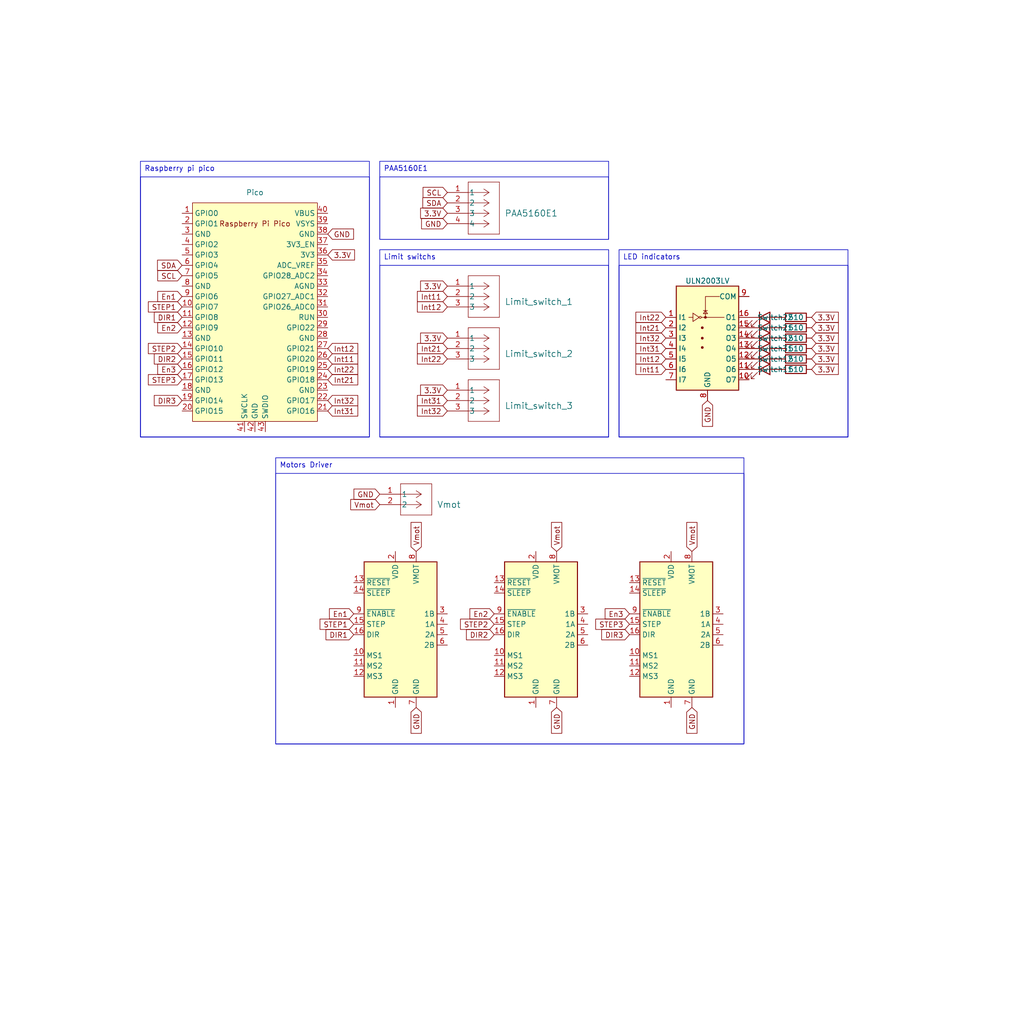
<source format=kicad_sch>
(kicad_sch (version 20230121) (generator eeschema)
  (paper "User" 250.012 250.012)
  (title_block (title " Mobile_base_ElecBoard ") (date "2024-08-15"))
  (lib_symbols
    (symbol "CONN_B2B-XH-ALFSN_JST:B2B-XH-ALFSN" (pin_names (offset 0.254))
      (property "Reference" "J" (at 8.89 6.35 0))
      (property "Value" "B2B-XH-ALFSN" (at 0 0 0))
      (symbol "B2B-XH-ALFSN_1_1"
        (polyline (pts (xy 5.08 -5.08) (xy 12.7 -5.08)) (stroke (width 0.127)))
        (polyline (pts (xy 5.08 2.54) (xy 5.08 -5.08)) (stroke (width 0.127)))
        (polyline (pts (xy 10.16 -2.54) (xy 5.08 -2.54)) (stroke (width 0.127)))
        (polyline (pts (xy 10.16 -2.54) (xy 8.89 -3.3867)) (stroke (width 0.127)))
        (polyline (pts (xy 10.16 -2.54) (xy 8.89 -1.6933)) (stroke (width 0.127)))
        (polyline (pts (xy 10.16 0) (xy 5.08 0)) (stroke (width 0.127)))
        (polyline (pts (xy 10.16 0) (xy 8.89 -0.8467)) (stroke (width 0.127)))
        (polyline (pts (xy 10.16 0) (xy 8.89 0.8467)) (stroke (width 0.127)))
        (polyline (pts (xy 12.7 -5.08) (xy 12.7 2.54)) (stroke (width 0.127)))
        (polyline (pts (xy 12.7 2.54) (xy 5.08 2.54)) (stroke (width 0.127)))
        (pin unspecified line (at 0 0 0) (length 5.08) (name "1") (number "1"))
        (pin unspecified line (at 0 -2.54 0) (length 5.08) (name "2") (number "2"))
      )
      (symbol "B2B-XH-ALFSN_1_2"
        (polyline (pts (xy 5.08 -5.08) (xy 12.7 -5.08)) (stroke (width 0.127)))
        (polyline (pts (xy 5.08 2.54) (xy 5.08 -5.08)) (stroke (width 0.127)))
        (polyline (pts (xy 7.62 -2.54) (xy 5.08 -2.54)) (stroke (width 0.127)))
        (polyline (pts (xy 7.62 -2.54) (xy 8.89 -3.3867)) (stroke (width 0.127)))
        (polyline (pts (xy 7.62 -2.54) (xy 8.89 -1.6933)) (stroke (width 0.127)))
        (polyline (pts (xy 7.62 0) (xy 5.08 0)) (stroke (width 0.127)))
        (polyline (pts (xy 7.62 0) (xy 8.89 -0.8467)) (stroke (width 0.127)))
        (polyline (pts (xy 7.62 0) (xy 8.89 0.8467)) (stroke (width 0.127)))
        (polyline (pts (xy 12.7 -5.08) (xy 12.7 2.54)) (stroke (width 0.127)))
        (polyline (pts (xy 12.7 2.54) (xy 5.08 2.54)) (stroke (width 0.127)))
        (pin unspecified line (at 0 0 0) (length 5.08) (name "1") (number "1"))
        (pin unspecified line (at 0 -2.54 0) (length 5.08) (name "2") (number "2"))
      )
    )
    (symbol "CONN_B3B-PH-K-SLFSN_JST:B3B-PH-K-SLFSN" (pin_names (offset 0.254))
      (property "Reference" "J" (at 8.89 6.35 0))
      (property "Value" "B3B-PH-K-SLFSN" (at 0 0 0))
      (symbol "B3B-PH-K-SLFSN_1_1"
        (polyline (pts (xy 5.08 -7.62) (xy 12.7 -7.62)) (stroke (width 0.127)))
        (polyline (pts (xy 5.08 2.54) (xy 5.08 -7.62)) (stroke (width 0.127)))
        (polyline (pts (xy 10.16 -5.08) (xy 5.08 -5.08)) (stroke (width 0.127)))
        (polyline (pts (xy 10.16 -5.08) (xy 8.89 -5.9267)) (stroke (width 0.127)))
        (polyline (pts (xy 10.16 -5.08) (xy 8.89 -4.2333)) (stroke (width 0.127)))
        (polyline (pts (xy 10.16 -2.54) (xy 5.08 -2.54)) (stroke (width 0.127)))
        (polyline (pts (xy 10.16 -2.54) (xy 8.89 -3.3867)) (stroke (width 0.127)))
        (polyline (pts (xy 10.16 -2.54) (xy 8.89 -1.6933)) (stroke (width 0.127)))
        (polyline (pts (xy 10.16 0) (xy 5.08 0)) (stroke (width 0.127)))
        (polyline (pts (xy 10.16 0) (xy 8.89 -0.8467)) (stroke (width 0.127)))
        (polyline (pts (xy 10.16 0) (xy 8.89 0.8467)) (stroke (width 0.127)))
        (polyline (pts (xy 12.7 -7.62) (xy 12.7 2.54)) (stroke (width 0.127)))
        (polyline (pts (xy 12.7 2.54) (xy 5.08 2.54)) (stroke (width 0.127)))
        (pin unspecified line (at 0 0 0) (length 5.08) (name "1") (number "1"))
        (pin unspecified line (at 0 -2.54 0) (length 5.08) (name "2") (number "2"))
        (pin unspecified line (at 0 -5.08 0) (length 5.08) (name "3") (number "3"))
      )
      (symbol "B3B-PH-K-SLFSN_1_2"
        (polyline (pts (xy 5.08 -7.62) (xy 12.7 -7.62)) (stroke (width 0.127)))
        (polyline (pts (xy 5.08 2.54) (xy 5.08 -7.62)) (stroke (width 0.127)))
        (polyline (pts (xy 7.62 -5.08) (xy 5.08 -5.08)) (stroke (width 0.127)))
        (polyline (pts (xy 7.62 -5.08) (xy 8.89 -5.9267)) (stroke (width 0.127)))
        (polyline (pts (xy 7.62 -5.08) (xy 8.89 -4.2333)) (stroke (width 0.127)))
        (polyline (pts (xy 7.62 -2.54) (xy 5.08 -2.54)) (stroke (width 0.127)))
        (polyline (pts (xy 7.62 -2.54) (xy 8.89 -3.3867)) (stroke (width 0.127)))
        (polyline (pts (xy 7.62 -2.54) (xy 8.89 -1.6933)) (stroke (width 0.127)))
        (polyline (pts (xy 7.62 0) (xy 5.08 0)) (stroke (width 0.127)))
        (polyline (pts (xy 7.62 0) (xy 8.89 -0.8467)) (stroke (width 0.127)))
        (polyline (pts (xy 7.62 0) (xy 8.89 0.8467)) (stroke (width 0.127)))
        (polyline (pts (xy 12.7 -7.62) (xy 12.7 2.54)) (stroke (width 0.127)))
        (polyline (pts (xy 12.7 2.54) (xy 5.08 2.54)) (stroke (width 0.127)))
        (pin unspecified line (at 0 0 0) (length 5.08) (name "1") (number "1"))
        (pin unspecified line (at 0 -2.54 0) (length 5.08) (name "2") (number "2"))
        (pin unspecified line (at 0 -5.08 0) (length 5.08) (name "3") (number "3"))
      )
    )
    (symbol "CONN_B4B-PH-K-S_JST:B4B-PH-K-SLFSN" (pin_names (offset 0.254))
      (property "Reference" "J" (at 8.89 6.35 0))
      (property "Value" "B4B-PH-K-SLFSN" (at 0 0 0))
      (symbol "B4B-PH-K-SLFSN_1_1"
        (polyline (pts (xy 5.08 -10.16) (xy 12.7 -10.16)) (stroke (width 0.127)))
        (polyline (pts (xy 5.08 2.54) (xy 5.08 -10.16)) (stroke (width 0.127)))
        (polyline (pts (xy 10.16 -7.62) (xy 5.08 -7.62)) (stroke (width 0.127)))
        (polyline (pts (xy 10.16 -7.62) (xy 8.89 -8.4667)) (stroke (width 0.127)))
        (polyline (pts (xy 10.16 -7.62) (xy 8.89 -6.7733)) (stroke (width 0.127)))
        (polyline (pts (xy 10.16 -5.08) (xy 5.08 -5.08)) (stroke (width 0.127)))
        (polyline (pts (xy 10.16 -5.08) (xy 8.89 -5.9267)) (stroke (width 0.127)))
        (polyline (pts (xy 10.16 -5.08) (xy 8.89 -4.2333)) (stroke (width 0.127)))
        (polyline (pts (xy 10.16 -2.54) (xy 5.08 -2.54)) (stroke (width 0.127)))
        (polyline (pts (xy 10.16 -2.54) (xy 8.89 -3.3867)) (stroke (width 0.127)))
        (polyline (pts (xy 10.16 -2.54) (xy 8.89 -1.6933)) (stroke (width 0.127)))
        (polyline (pts (xy 10.16 0) (xy 5.08 0)) (stroke (width 0.127)))
        (polyline (pts (xy 10.16 0) (xy 8.89 -0.8467)) (stroke (width 0.127)))
        (polyline (pts (xy 10.16 0) (xy 8.89 0.8467)) (stroke (width 0.127)))
        (polyline (pts (xy 12.7 -10.16) (xy 12.7 2.54)) (stroke (width 0.127)))
        (polyline (pts (xy 12.7 2.54) (xy 5.08 2.54)) (stroke (width 0.127)))
        (pin unspecified line (at 0 0 0) (length 5.08) (name "1") (number "1"))
        (pin unspecified line (at 0 -2.54 0) (length 5.08) (name "2") (number "2"))
        (pin unspecified line (at 0 -5.08 0) (length 5.08) (name "3") (number "3"))
        (pin unspecified line (at 0 -7.62 0) (length 5.08) (name "4") (number "4"))
      )
      (symbol "B4B-PH-K-SLFSN_1_2"
        (polyline (pts (xy 5.08 -10.16) (xy 12.7 -10.16)) (stroke (width 0.127)))
        (polyline (pts (xy 5.08 2.54) (xy 5.08 -10.16)) (stroke (width 0.127)))
        (polyline (pts (xy 7.62 -7.62) (xy 5.08 -7.62)) (stroke (width 0.127)))
        (polyline (pts (xy 7.62 -7.62) (xy 8.89 -8.4667)) (stroke (width 0.127)))
        (polyline (pts (xy 7.62 -7.62) (xy 8.89 -6.7733)) (stroke (width 0.127)))
        (polyline (pts (xy 7.62 -5.08) (xy 5.08 -5.08)) (stroke (width 0.127)))
        (polyline (pts (xy 7.62 -5.08) (xy 8.89 -5.9267)) (stroke (width 0.127)))
        (polyline (pts (xy 7.62 -5.08) (xy 8.89 -4.2333)) (stroke (width 0.127)))
        (polyline (pts (xy 7.62 -2.54) (xy 5.08 -2.54)) (stroke (width 0.127)))
        (polyline (pts (xy 7.62 -2.54) (xy 8.89 -3.3867)) (stroke (width 0.127)))
        (polyline (pts (xy 7.62 -2.54) (xy 8.89 -1.6933)) (stroke (width 0.127)))
        (polyline (pts (xy 7.62 0) (xy 5.08 0)) (stroke (width 0.127)))
        (polyline (pts (xy 7.62 0) (xy 8.89 -0.8467)) (stroke (width 0.127)))
        (polyline (pts (xy 7.62 0) (xy 8.89 0.8467)) (stroke (width 0.127)))
        (polyline (pts (xy 12.7 -10.16) (xy 12.7 2.54)) (stroke (width 0.127)))
        (polyline (pts (xy 12.7 2.54) (xy 5.08 2.54)) (stroke (width 0.127)))
        (pin unspecified line (at 0 0 0) (length 5.08) (name "1") (number "1"))
        (pin unspecified line (at 0 -2.54 0) (length 5.08) (name "2") (number "2"))
        (pin unspecified line (at 0 -5.08 0) (length 5.08) (name "3") (number "3"))
        (pin unspecified line (at 0 -7.62 0) (length 5.08) (name "4") (number "4"))
      )
    )
    (symbol "Device:LED" (pin_numbers hide) (pin_names (offset 1.016) hide)
      (property "Reference" "D" (at 0 2.54 0))
      (property "Value" "LED" (at 0 -2.54 0))
      (symbol "LED_0_1"
        (polyline (pts (xy -1.27 -1.27) (xy -1.27 1.27)) (stroke (width 0.254)))
        (polyline (pts (xy -1.27 0) (xy 1.27 0)))
        (polyline (pts (xy 1.27 -1.27) (xy 1.27 1.27) (xy -1.27 0) (xy 1.27 -1.27)) (stroke (width 0.254)))
        (polyline (pts (xy -3.048 -0.762) (xy -4.572 -2.286) (xy -3.81 -2.286) (xy -4.572 -2.286) (xy -4.572 -1.524)))
        (polyline (pts (xy -1.778 -0.762) (xy -3.302 -2.286) (xy -2.54 -2.286) (xy -3.302 -2.286) (xy -3.302 -1.524)))
      )
      (symbol "LED_1_1"
        (pin passive line (at -3.81 0 0) (length 2.54) (name "K") (number "1"))
        (pin passive line (at 3.81 0 180) (length 2.54) (name "A") (number "2"))
      )
    )
    (symbol "Device:R" (pin_numbers hide) (pin_names (offset 0))
      (property "Reference" "R" (at 2.032 0 90))
      (property "Value" "R" (at 0 0 90))
      (symbol "R_0_1"
        (rectangle (start -1.016 -2.54) (end 1.016 2.54) (stroke (width 0.254)))
      )
      (symbol "R_1_1"
        (pin passive line (at 0 3.81 270) (length 1.27) (name "~") (number "1"))
        (pin passive line (at 0 -3.81 90) (length 1.27) (name "~") (number "2"))
      )
    )
    (symbol "Driver_Motor:Pololu_Breakout_A4988"
      (property "Reference" "A" (at -2.54 19.05 0))
      (property "Value" "Pololu_Breakout_A4988" (at -2.54 16.51 0))
      (symbol "Pololu_Breakout_A4988_0_1"
        (rectangle (start 10.16 -17.78) (end -7.62 15.24) (stroke (width 0.254)) (fill (type background)))
      )
      (symbol "Pololu_Breakout_A4988_1_1"
        (pin power_in line (at 0 -20.32 90) (length 2.54) (name "GND") (number "1"))
        (pin input line (at -10.16 -7.62 0) (length 2.54) (name "MS1") (number "10"))
        (pin input line (at -10.16 -10.16 0) (length 2.54) (name "MS2") (number "11"))
        (pin input line (at -10.16 -12.7 0) (length 2.54) (name "MS3") (number "12"))
        (pin input line (at -10.16 10.16 0) (length 2.54) (name "~{RESET}") (number "13"))
        (pin input line (at -10.16 7.62 0) (length 2.54) (name "~{SLEEP}") (number "14"))
        (pin input line (at -10.16 0 0) (length 2.54) (name "STEP") (number "15"))
        (pin input line (at -10.16 -2.54 0) (length 2.54) (name "DIR") (number "16"))
        (pin power_in line (at 0 17.78 270) (length 2.54) (name "VDD") (number "2"))
        (pin output line (at 12.7 2.54 180) (length 2.54) (name "1B") (number "3"))
        (pin output line (at 12.7 0 180) (length 2.54) (name "1A") (number "4"))
        (pin output line (at 12.7 -2.54 180) (length 2.54) (name "2A") (number "5"))
        (pin output line (at 12.7 -5.08 180) (length 2.54) (name "2B") (number "6"))
        (pin power_in line (at 5.08 -20.32 90) (length 2.54) (name "GND") (number "7"))
        (pin power_in line (at 5.08 17.78 270) (length 2.54) (name "VMOT") (number "8"))
        (pin input line (at -10.16 2.54 0) (length 2.54) (name "~{ENABLE}") (number "9"))
      )
    )
    (symbol "MCU_RaspberryPICO_and_Boards:Pico"
      (property "Reference" "U" (at -13.97 27.94 0))
      (property "Value" "Pico" (at 0 19.05 0))
      (symbol "Pico_0_0"
        (text "Raspberry Pi Pico" (at 0 21.59 0) (effects (font (size 1.27 1.27))))
      )
      (symbol "Pico_0_1"
        (rectangle (start -15.24 26.67) (end 15.24 -26.67) (fill (type background)))
      )
      (symbol "Pico_1_1"
        (pin bidirectional line (at -17.78 24.13 0) (length 2.54) (name "GPIO0") (number "1"))
        (pin bidirectional line (at -17.78 1.27 0) (length 2.54) (name "GPIO7") (number "10"))
        (pin bidirectional line (at -17.78 -1.27 0) (length 2.54) (name "GPIO8") (number "11"))
        (pin bidirectional line (at -17.78 -3.81 0) (length 2.54) (name "GPIO9") (number "12"))
        (pin power_in line (at -17.78 -6.35 0) (length 2.54) (name "GND") (number "13"))
        (pin bidirectional line (at -17.78 -8.89 0) (length 2.54) (name "GPIO10") (number "14"))
        (pin bidirectional line (at -17.78 -11.43 0) (length 2.54) (name "GPIO11") (number "15"))
        (pin bidirectional line (at -17.78 -13.97 0) (length 2.54) (name "GPIO12") (number "16"))
        (pin bidirectional line (at -17.78 -16.51 0) (length 2.54) (name "GPIO13") (number "17"))
        (pin power_in line (at -17.78 -19.05 0) (length 2.54) (name "GND") (number "18"))
        (pin bidirectional line (at -17.78 -21.59 0) (length 2.54) (name "GPIO14") (number "19"))
        (pin bidirectional line (at -17.78 21.59 0) (length 2.54) (name "GPIO1") (number "2"))
        (pin bidirectional line (at -17.78 -24.13 0) (length 2.54) (name "GPIO15") (number "20"))
        (pin bidirectional line (at 17.78 -24.13 180) (length 2.54) (name "GPIO16") (number "21"))
        (pin bidirectional line (at 17.78 -21.59 180) (length 2.54) (name "GPIO17") (number "22"))
        (pin power_in line (at 17.78 -19.05 180) (length 2.54) (name "GND") (number "23"))
        (pin bidirectional line (at 17.78 -16.51 180) (length 2.54) (name "GPIO18") (number "24"))
        (pin bidirectional line (at 17.78 -13.97 180) (length 2.54) (name "GPIO19") (number "25"))
        (pin bidirectional line (at 17.78 -11.43 180) (length 2.54) (name "GPIO20") (number "26"))
        (pin bidirectional line (at 17.78 -8.89 180) (length 2.54) (name "GPIO21") (number "27"))
        (pin power_in line (at 17.78 -6.35 180) (length 2.54) (name "GND") (number "28"))
        (pin bidirectional line (at 17.78 -3.81 180) (length 2.54) (name "GPIO22") (number "29"))
        (pin power_in line (at -17.78 19.05 0) (length 2.54) (name "GND") (number "3"))
        (pin input line (at 17.78 -1.27 180) (length 2.54) (name "RUN") (number "30"))
        (pin bidirectional line (at 17.78 1.27 180) (length 2.54) (name "GPIO26_ADC0") (number "31"))
        (pin bidirectional line (at 17.78 3.81 180) (length 2.54) (name "GPIO27_ADC1") (number "32"))
        (pin power_in line (at 17.78 6.35 180) (length 2.54) (name "AGND") (number "33"))
        (pin bidirectional line (at 17.78 8.89 180) (length 2.54) (name "GPIO28_ADC2") (number "34"))
        (pin power_in line (at 17.78 11.43 180) (length 2.54) (name "ADC_VREF") (number "35"))
        (pin power_in line (at 17.78 13.97 180) (length 2.54) (name "3V3") (number "36"))
        (pin input line (at 17.78 16.51 180) (length 2.54) (name "3V3_EN") (number "37"))
        (pin bidirectional line (at 17.78 19.05 180) (length 2.54) (name "GND") (number "38"))
        (pin power_in line (at 17.78 21.59 180) (length 2.54) (name "VSYS") (number "39"))
        (pin bidirectional line (at -17.78 16.51 0) (length 2.54) (name "GPIO2") (number "4"))
        (pin power_in line (at 17.78 24.13 180) (length 2.54) (name "VBUS") (number "40"))
        (pin input line (at -2.54 -29.21 90) (length 2.54) (name "SWCLK") (number "41"))
        (pin power_in line (at 0 -29.21 90) (length 2.54) (name "GND") (number "42"))
        (pin bidirectional line (at 2.54 -29.21 90) (length 2.54) (name "SWDIO") (number "43"))
        (pin bidirectional line (at -17.78 13.97 0) (length 2.54) (name "GPIO3") (number "5"))
        (pin bidirectional line (at -17.78 11.43 0) (length 2.54) (name "GPIO4") (number "6"))
        (pin bidirectional line (at -17.78 8.89 0) (length 2.54) (name "GPIO5") (number "7"))
        (pin power_in line (at -17.78 6.35 0) (length 2.54) (name "GND") (number "8"))
        (pin bidirectional line (at -17.78 3.81 0) (length 2.54) (name "GPIO6") (number "9"))
      )
    )
    (symbol "Transistor_Array:ULN2003A"
      (property "Reference" "U" (at 0 15.875 0))
      (property "Value" "ULN2003A" (at 0 13.97 0))
      (symbol "ULN2003A_0_1"
        (rectangle (start -7.62 -12.7) (end 7.62 12.7) (stroke (width 0.254)) (fill (type background)))
        (circle (center -1.778 5.08) (radius 0.254))
        (circle (center -1.27 -2.286) (radius 0.254) (fill (type outline)))
        (circle (center -1.27 0) (radius 0.254) (fill (type outline)))
        (circle (center -1.27 2.54) (radius 0.254) (fill (type outline)))
        (circle (center -0.508 5.08) (radius 0.254) (fill (type outline)))
        (polyline (pts (xy -4.572 5.08) (xy -3.556 5.08)))
        (polyline (pts (xy -1.524 5.08) (xy 4.064 5.08)))
        (polyline (pts (xy 0 6.731) (xy -1.016 6.731)))
        (polyline (pts (xy -0.508 5.08) (xy -0.508 10.16) (xy 2.921 10.16)))
        (polyline (pts (xy -3.556 6.096) (xy -3.556 4.064) (xy -2.032 5.08) (xy -3.556 6.096)))
        (polyline (pts (xy 0 5.969) (xy -1.016 5.969) (xy -0.508 6.731) (xy 0 5.969)))
      )
      (symbol "ULN2003A_1_1"
        (pin input line (at -10.16 5.08 0) (length 2.54) (name "I1") (number "1"))
        (pin open_collector line (at 10.16 -10.16 180) (length 2.54) (name "O7") (number "10"))
        (pin open_collector line (at 10.16 -7.62 180) (length 2.54) (name "O6") (number "11"))
        (pin open_collector line (at 10.16 -5.08 180) (length 2.54) (name "O5") (number "12"))
        (pin open_collector line (at 10.16 -2.54 180) (length 2.54) (name "O4") (number "13"))
        (pin open_collector line (at 10.16 0 180) (length 2.54) (name "O3") (number "14"))
        (pin open_collector line (at 10.16 2.54 180) (length 2.54) (name "O2") (number "15"))
        (pin open_collector line (at 10.16 5.08 180) (length 2.54) (name "O1") (number "16"))
        (pin input line (at -10.16 2.54 0) (length 2.54) (name "I2") (number "2"))
        (pin input line (at -10.16 0 0) (length 2.54) (name "I3") (number "3"))
        (pin input line (at -10.16 -2.54 0) (length 2.54) (name "I4") (number "4"))
        (pin input line (at -10.16 -5.08 0) (length 2.54) (name "I5") (number "5"))
        (pin input line (at -10.16 -7.62 0) (length 2.54) (name "I6") (number "6"))
        (pin input line (at -10.16 -10.16 0) (length 2.54) (name "I7") (number "7"))
        (pin power_in line (at 0 -15.24 90) (length 2.54) (name "GND") (number "8"))
        (pin passive line (at 10.16 10.16 180) (length 2.54) (name "COM") (number "9"))
      )
    )
  )
  (rectangle (start 67.31 115.57) (end 181.61 181.61))
  (rectangle (start 92.71 43.18) (end 148.59 58.42))
  (rectangle (start 92.71 64.77) (end 148.59 106.68))
  (rectangle (start 34.29 43.18) (end 90.17 106.68))
  (rectangle (start 151.13 64.77) (end 207.01 106.68))
  (text_box "Raspberry pi pico" (at 34.29 39.37 0) (size 55.88 67.31) (effects (font (size 1.27 1.27)) (justify left top)))
  (text_box "PAA5160E1\n" (at 92.71 39.37 0) (size 55.88 19.05) (effects (font (size 1.27 1.27)) (justify left top)))
  (text_box "Motors Driver" (at 67.31 111.76 0) (size 114.3 69.85) (effects (font (size 1.27 1.27)) (justify left top)))
  (text_box "LED indicators" (at 151.13 60.96 0) (size 55.88 45.72) (effects (font (size 1.27 1.27)) (justify left top)))
  (text_box "Limit switchs" (at 92.71 60.96 0) (size 55.88 45.72) (effects (font (size 1.27 1.27)) (justify left top)))
  (global_label "Int22" (shape input) (at 80.01 90.17 0) (property "Intersheetrefs" "${INTERSHEET_REFS}" (effects hide)))
  (global_label "Int31" (shape input) (at 80.01 100.33 0) (property "Intersheetrefs" "${INTERSHEET_REFS}" (effects hide)))
  (global_label "3.3V" (shape input) (at 198.12 82.55 0) (property "Intersheetrefs" "${INTERSHEET_REFS}" (effects hide)))
  (global_label "Int22" (shape input) (at 162.56 77.47 180) (property "Intersheetrefs" "${INTERSHEET_REFS}" (effects hide)))
  (global_label "Int21" (shape input) (at 80.01 92.71 0) (property "Intersheetrefs" "${INTERSHEET_REFS}" (effects hide)))
  (global_label "Int32" (shape input) (at 80.01 97.79 0) (property "Intersheetrefs" "${INTERSHEET_REFS}" (effects hide)))
  (global_label "SDA" (shape input) (at 109.22 49.53 180) (property "Intersheetrefs" "${INTERSHEET_REFS}" (effects hide)))
  (global_label "Int11" (shape input) (at 109.22 72.39 180) (property "Intersheetrefs" "${INTERSHEET_REFS}" (effects hide)))
  (global_label "3.3V" (shape input) (at 198.12 85.09 0) (property "Intersheetrefs" "${INTERSHEET_REFS}" (effects hide)))
  (global_label "GND" (shape input) (at 109.22 54.61 180) (property "Intersheetrefs" "${INTERSHEET_REFS}" (effects hide)))
  (global_label "3.3V" (shape input) (at 109.22 69.85 180) (property "Intersheetrefs" "${INTERSHEET_REFS}" (effects hide)))
  (global_label "3.3V" (shape input) (at 198.12 90.17 0) (property "Intersheetrefs" "${INTERSHEET_REFS}" (effects hide)))
  (global_label "GND" (shape input) (at 92.71 120.65 180) (property "Intersheetrefs" "${INTERSHEET_REFS}" (effects hide)))
  (global_label "3.3V" (shape input) (at 80.01 62.23 0) (property "Intersheetrefs" "${INTERSHEET_REFS}" (effects hide)))
  (global_label "Vmot" (shape input) (at 135.89 134.62 90) (property "Intersheetrefs" "${INTERSHEET_REFS}" (effects hide)))
  (global_label "SCL" (shape input) (at 44.45 67.31 180) (property "Intersheetrefs" "${INTERSHEET_REFS}" (effects hide)))
  (global_label "En3" (shape input) (at 153.67 149.86 180) (property "Intersheetrefs" "${INTERSHEET_REFS}" (effects hide)))
  (global_label "Vmot" (shape input) (at 92.71 123.19 180) (property "Intersheetrefs" "${INTERSHEET_REFS}" (effects hide)))
  (global_label "Int12" (shape input) (at 80.01 85.09 0) (property "Intersheetrefs" "${INTERSHEET_REFS}" (effects hide)))
  (global_label "STEP1" (shape input) (at 44.45 74.93 180) (property "Intersheetrefs" "${INTERSHEET_REFS}" (effects hide)))
  (global_label "DIR1" (shape input) (at 86.36 154.94 180) (property "Intersheetrefs" "${INTERSHEET_REFS}" (effects hide)))
  (global_label "DIR2" (shape input) (at 120.65 154.94 180) (property "Intersheetrefs" "${INTERSHEET_REFS}" (effects hide)))
  (global_label "Int22" (shape input) (at 109.22 87.63 180) (property "Intersheetrefs" "${INTERSHEET_REFS}" (effects hide)))
  (global_label "3.3V" (shape input) (at 109.22 52.07 180) (property "Intersheetrefs" "${INTERSHEET_REFS}" (effects hide)))
  (global_label "3.3V" (shape input) (at 198.12 87.63 0) (property "Intersheetrefs" "${INTERSHEET_REFS}" (effects hide)))
  (global_label "GND" (shape input) (at 80.01 57.15 0) (property "Intersheetrefs" "${INTERSHEET_REFS}" (effects hide)))
  (global_label "Int32" (shape input) (at 162.56 82.55 180) (property "Intersheetrefs" "${INTERSHEET_REFS}" (effects hide)))
  (global_label "STEP2" (shape input) (at 44.45 85.09 180) (property "Intersheetrefs" "${INTERSHEET_REFS}" (effects hide)))
  (global_label "3.3V" (shape input) (at 109.22 95.25 180) (property "Intersheetrefs" "${INTERSHEET_REFS}" (effects hide)))
  (global_label "GND" (shape input) (at 172.72 97.79 270) (property "Intersheetrefs" "${INTERSHEET_REFS}" (effects hide)))
  (global_label "En2" (shape input) (at 44.45 80.01 180) (property "Intersheetrefs" "${INTERSHEET_REFS}" (effects hide)))
  (global_label "Vmot" (shape input) (at 101.6 134.62 90) (property "Intersheetrefs" "${INTERSHEET_REFS}" (effects hide)))
  (global_label "Int21" (shape input) (at 162.56 80.01 180) (property "Intersheetrefs" "${INTERSHEET_REFS}" (effects hide)))
  (global_label "STEP3" (shape input) (at 44.45 92.71 180) (property "Intersheetrefs" "${INTERSHEET_REFS}" (effects hide)))
  (global_label "SCL" (shape input) (at 109.22 46.99 180) (property "Intersheetrefs" "${INTERSHEET_REFS}" (effects hide)))
  (global_label "GND" (shape input) (at 101.6 172.72 270) (property "Intersheetrefs" "${INTERSHEET_REFS}" (effects hide)))
  (global_label "DIR1" (shape input) (at 44.45 77.47 180) (property "Intersheetrefs" "${INTERSHEET_REFS}" (effects hide)))
  (global_label "Vmot" (shape input) (at 168.91 134.62 90) (property "Intersheetrefs" "${INTERSHEET_REFS}" (effects hide)))
  (global_label "GND" (shape input) (at 135.89 172.72 270) (property "Intersheetrefs" "${INTERSHEET_REFS}" (effects hide)))
  (global_label "3.3V" (shape input) (at 109.22 82.55 180) (property "Intersheetrefs" "${INTERSHEET_REFS}" (effects hide)))
  (global_label "Int11" (shape input) (at 80.01 87.63 0) (property "Intersheetrefs" "${INTERSHEET_REFS}" (effects hide)))
  (global_label "STEP1" (shape input) (at 86.36 152.4 180) (property "Intersheetrefs" "${INTERSHEET_REFS}" (effects hide)))
  (global_label "DIR3" (shape input) (at 44.45 97.79 180) (property "Intersheetrefs" "${INTERSHEET_REFS}" (effects hide)))
  (global_label "DIR2" (shape input) (at 44.45 87.63 180) (property "Intersheetrefs" "${INTERSHEET_REFS}" (effects hide)))
  (global_label "En1" (shape input) (at 86.36 149.86 180) (property "Intersheetrefs" "${INTERSHEET_REFS}" (effects hide)))
  (global_label "Int11" (shape input) (at 162.56 90.17 180) (property "Intersheetrefs" "${INTERSHEET_REFS}" (effects hide)))
  (global_label "En1" (shape input) (at 44.45 72.39 180) (property "Intersheetrefs" "${INTERSHEET_REFS}" (effects hide)))
  (global_label "GND" (shape input) (at 168.91 172.72 270) (property "Intersheetrefs" "${INTERSHEET_REFS}" (effects hide)))
  (global_label "En3" (shape input) (at 44.45 90.17 180) (property "Intersheetrefs" "${INTERSHEET_REFS}" (effects hide)))
  (global_label "STEP2" (shape input) (at 120.65 152.4 180) (property "Intersheetrefs" "${INTERSHEET_REFS}" (effects hide)))
  (global_label "Int31" (shape input) (at 162.56 85.09 180) (property "Intersheetrefs" "${INTERSHEET_REFS}" (effects hide)))
  (global_label "Int32" (shape input) (at 109.22 100.33 180) (property "Intersheetrefs" "${INTERSHEET_REFS}" (effects hide)))
  (global_label "Int12" (shape input) (at 109.22 74.93 180) (property "Intersheetrefs" "${INTERSHEET_REFS}" (effects hide)))
  (global_label "Int31" (shape input) (at 109.22 97.79 180) (property "Intersheetrefs" "${INTERSHEET_REFS}" (effects hide)))
  (global_label "Int12" (shape input) (at 162.56 87.63 180) (property "Intersheetrefs" "${INTERSHEET_REFS}" (effects hide)))
  (global_label "SDA" (shape input) (at 44.45 64.77 180) (property "Intersheetrefs" "${INTERSHEET_REFS}" (effects hide)))
  (global_label "3.3V" (shape input) (at 198.12 80.01 0) (property "Intersheetrefs" "${INTERSHEET_REFS}" (effects hide)))
  (global_label "STEP3" (shape input) (at 153.67 152.4 180) (property "Intersheetrefs" "${INTERSHEET_REFS}" (effects hide)))
  (global_label "DIR3" (shape input) (at 153.67 154.94 180) (property "Intersheetrefs" "${INTERSHEET_REFS}" (effects hide)))
  (global_label "En2" (shape input) (at 120.65 149.86 180) (property "Intersheetrefs" "${INTERSHEET_REFS}" (effects hide)))
  (global_label "Int21" (shape input) (at 109.22 85.09 180) (property "Intersheetrefs" "${INTERSHEET_REFS}" (effects hide)))
  (global_label "3.3V" (shape input) (at 198.12 77.47 0) (property "Intersheetrefs" "${INTERSHEET_REFS}" (effects hide)))
  (symbol (lib_id "Device:LED") (at 186.69 87.63 0) (unit 1)
    (property "Reference" "Switch12" (effects hide))
    (property "Value" "Switch12" (at 189.23 87.63 0))
    (property "Footprint" "LED_THT:LED_D3.0mm_Horizontal_O1.27mm_Z2.0mm" (effects hide))
  )
  (symbol (lib_id "CONN_B4B-PH-K-S_JST:B4B-PH-K-SLFSN") (at 109.22 46.99 0) (unit 1)
    (property "Reference" "PAA5160E1" (effects hide))
    (property "Value" "PAA5160E1" (at 123.19 52.07 0) (effects (font (size 1.524 1.524)) (justify left)))
    (property "Footprint" "CONN_B4B-PH-K-S_JST:CONN_B4B-PH-K-S_JST" (effects hide))
    (property "Datasheet" "B4B-PH-K-SLFSN" (effects hide))
  )
  (symbol (lib_id "Device:LED") (at 186.69 77.47 0) (unit 1)
    (property "Reference" "Switch22" (effects hide))
    (property "Value" "Switch22" (at 189.23 77.47 0))
    (property "Footprint" "LED_THT:LED_D3.0mm_Horizontal_O1.27mm_Z2.0mm" (effects hide))
  )
  (symbol (lib_id "Device:LED") (at 186.69 85.09 0) (unit 1)
    (property "Reference" "Switch31" (effects hide))
    (property "Value" "Switch31" (at 189.23 85.09 0))
    (property "Footprint" "LED_THT:LED_D3.0mm_Horizontal_O1.27mm_Z2.0mm" (effects hide))
  )
  (symbol (lib_id "Device:R") (at 194.31 80.01 270) (unit 1)
    (property "Reference" "R2" (effects hide))
    (property "Value" "510" (at 194.31 80.01 90))
    (property "Footprint" "Resistor_THT:R_Axial_DIN0207_L6.3mm_D2.5mm_P7.62mm_Horizontal" (effects hide))
  )
  (symbol (lib_id "Transistor_Array:ULN2003A") (at 172.72 82.55 0) (unit 1)
    (property "Reference" "U3" (effects hide))
    (property "Value" "ULN2003LV" (at 172.72 68.58 0))
    (property "Footprint" "Package_SO:SOIC-16_3.9x9.9mm_P1.27mm" (effects hide))
    (property "Datasheet" "http://www.ti.com/lit/ds/symlink/uln2003a.pdf" (effects hide))
  )
  (symbol (lib_id "Device:R") (at 194.31 87.63 270) (unit 1)
    (property "Reference" "R5" (effects hide))
    (property "Value" "510" (at 194.31 87.63 90))
    (property "Footprint" "Resistor_THT:R_Axial_DIN0207_L6.3mm_D2.5mm_P7.62mm_Horizontal" (effects hide))
  )
  (symbol (lib_id "Driver_Motor:Pololu_Breakout_A4988") (at 130.81 152.4 0) (unit 1)
    (property "Reference" "A2" (effects hide))
    (property "Value" "MKS_MotorDriver_2" (effects hide))
    (property "Footprint" "Module:Pololu_Breakout-16_15.2x20.3mm" (effects hide))
    (property "Datasheet" "https://www.pololu.com/product/2980/pictures" (effects hide))
  )
  (symbol (lib_id "CONN_B3B-PH-K-SLFSN_JST:B3B-PH-K-SLFSN") (at 109.22 69.85 0) (unit 1)
    (property "Reference" "Limit_switch_1" (effects hide))
    (property "Value" "Limit_switch_1" (at 123.19 73.66 0) (effects (font (size 1.524 1.524)) (justify left)))
    (property "Footprint" "CONN_B3B-PH-K-SLFSN_JST:CONN_B3B-PH-K-SLFSN_JST" (effects hide))
    (property "Datasheet" "B3B-PH-K-SLFSN" (effects hide))
  )
  (symbol (lib_id "Driver_Motor:Pololu_Breakout_A4988") (at 96.52 152.4 0) (unit 1)
    (property "Reference" "A1" (effects hide))
    (property "Value" "MKS_MotorDriver_1" (effects hide))
    (property "Footprint" "Module:Pololu_Breakout-16_15.2x20.3mm" (effects hide))
    (property "Datasheet" "https://www.pololu.com/product/2980/pictures" (effects hide))
  )
  (symbol (lib_id "CONN_B3B-PH-K-SLFSN_JST:B3B-PH-K-SLFSN") (at 109.22 82.55 0) (unit 1)
    (property "Reference" "Limit_switch_2" (effects hide))
    (property "Value" "Limit_switch_2" (at 123.19 86.36 0) (effects (font (size 1.524 1.524)) (justify left)))
    (property "Footprint" "CONN_B3B-PH-K-SLFSN_JST:CONN_B3B-PH-K-SLFSN_JST" (effects hide))
    (property "Datasheet" "B3B-PH-K-SLFSN" (effects hide))
  )
  (symbol (lib_id "MCU_RaspberryPICO_and_Boards:Pico") (at 62.23 76.2 0) (unit 1)
    (property "Reference" "U1" (effects hide))
    (property "Value" "Pico" (at 62.23 46.99 0))
    (property "Footprint" "MCU_RaspberryPICO_and_Boards:RPi_Pico_SMD_TH_2" (effects hide))
  )
  (symbol (lib_id "Device:R") (at 194.31 82.55 270) (unit 1)
    (property "Reference" "R3" (effects hide))
    (property "Value" "510" (at 194.31 82.55 90))
    (property "Footprint" "Resistor_THT:R_Axial_DIN0207_L6.3mm_D2.5mm_P7.62mm_Horizontal" (effects hide))
  )
  (symbol (lib_id "CONN_B2B-XH-ALFSN_JST:B2B-XH-ALFSN") (at 92.71 120.65 0) (unit 1)
    (property "Reference" "J4" (effects hide))
    (property "Value" "Vmot" (at 106.68 123.19 0) (effects (font (size 1.524 1.524)) (justify left)))
    (property "Footprint" "CONN_B2B-XH-ALFSN_JST:CONN_B2B-XH-ALFSN_JST" (effects hide))
    (property "Datasheet" "B2B-XH-ALFSN" (effects hide))
  )
  (symbol (lib_id "Device:R") (at 194.31 90.17 270) (unit 1)
    (property "Reference" "R6" (effects hide))
    (property "Value" "510" (at 194.31 90.17 90))
    (property "Footprint" "Resistor_THT:R_Axial_DIN0207_L6.3mm_D2.5mm_P7.62mm_Horizontal" (effects hide))
  )
  (symbol (lib_id "Device:LED") (at 186.69 82.55 0) (unit 1)
    (property "Reference" "Switch32" (effects hide))
    (property "Value" "Switch32" (at 189.23 82.55 0))
    (property "Footprint" "LED_THT:LED_D3.0mm_Horizontal_O1.27mm_Z2.0mm" (effects hide))
  )
  (symbol (lib_id "Device:LED") (at 186.69 90.17 0) (unit 1)
    (property "Reference" "Switch11" (effects hide))
    (property "Value" "Switch11" (at 189.23 90.17 0))
    (property "Footprint" "LED_THT:LED_D3.0mm_Horizontal_O1.27mm_Z2.0mm" (effects hide))
  )
  (symbol (lib_id "Device:LED") (at 186.69 80.01 0) (unit 1)
    (property "Reference" "Switch21" (effects hide))
    (property "Value" "Switch21" (at 189.23 80.01 0))
    (property "Footprint" "LED_THT:LED_D3.0mm_Horizontal_O1.27mm_Z2.0mm" (effects hide))
  )
  (symbol (lib_id "CONN_B3B-PH-K-SLFSN_JST:B3B-PH-K-SLFSN") (at 109.22 95.25 0) (unit 1)
    (property "Reference" "Limit_switch_3" (effects hide))
    (property "Value" "Limit_switch_3" (at 123.19 99.06 0) (effects (font (size 1.524 1.524)) (justify left)))
    (property "Footprint" "CONN_B3B-PH-K-SLFSN_JST:CONN_B3B-PH-K-SLFSN_JST" (effects hide))
    (property "Datasheet" "B3B-PH-K-SLFSN" (effects hide))
  )
  (symbol (lib_id "Driver_Motor:Pololu_Breakout_A4988") (at 163.83 152.4 0) (unit 1)
    (property "Reference" "A3" (effects hide))
    (property "Value" "MKS_MotorDriver_3" (effects hide))
    (property "Footprint" "Module:Pololu_Breakout-16_15.2x20.3mm" (effects hide))
    (property "Datasheet" "https://www.pololu.com/product/2980/pictures" (effects hide))
  )
  (symbol (lib_id "Device:R") (at 194.31 85.09 270) (unit 1)
    (property "Reference" "R4" (effects hide))
    (property "Value" "510" (at 194.31 85.09 90))
    (property "Footprint" "Resistor_THT:R_Axial_DIN0207_L6.3mm_D2.5mm_P7.62mm_Horizontal" (effects hide))
  )
  (symbol (lib_id "Device:R") (at 194.31 77.47 270) (unit 1)
    (property "Reference" "R1" (effects hide))
    (property "Value" "510" (at 194.31 77.47 90))
    (property "Footprint" "Resistor_THT:R_Axial_DIN0207_L6.3mm_D2.5mm_P7.62mm_Horizontal" (effects hide))
  )
)
</source>
